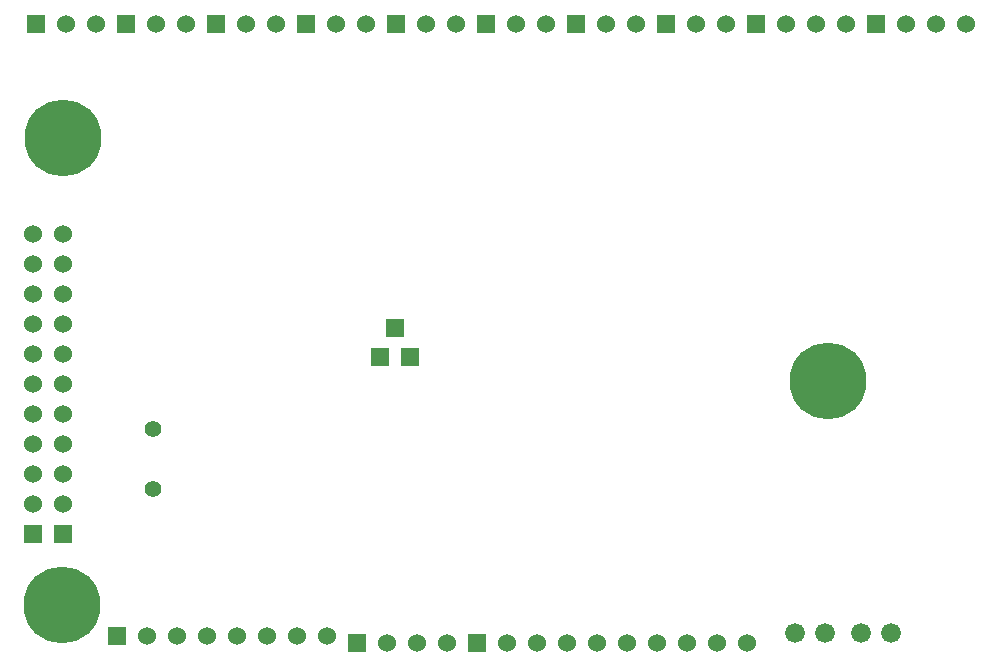
<source format=gbs>
G04 (created by PCBNEW (2013-07-07 BZR 4022)-stable) date 11/09/2013 12:49:52*
%MOIN*%
G04 Gerber Fmt 3.4, Leading zero omitted, Abs format*
%FSLAX34Y34*%
G01*
G70*
G90*
G04 APERTURE LIST*
%ADD10C,0.00590551*%
%ADD11R,0.06X0.06*%
%ADD12C,0.06*%
%ADD13C,0.066*%
%ADD14C,0.255906*%
%ADD15C,0.055*%
G04 APERTURE END LIST*
G54D10*
G54D11*
X11603Y-21337D03*
G54D12*
X12603Y-21337D03*
X13603Y-21337D03*
X14603Y-21337D03*
G54D11*
X28903Y-712D03*
G54D12*
X29903Y-712D03*
X30903Y-712D03*
X31903Y-712D03*
G54D11*
X24903Y-712D03*
G54D12*
X25903Y-712D03*
X26903Y-712D03*
X27903Y-712D03*
G54D11*
X12903Y-712D03*
G54D12*
X13903Y-712D03*
X14903Y-712D03*
G54D11*
X6903Y-712D03*
G54D12*
X7903Y-712D03*
X8903Y-712D03*
G54D11*
X21903Y-712D03*
G54D12*
X22903Y-712D03*
X23903Y-712D03*
G54D11*
X18903Y-712D03*
G54D12*
X19903Y-712D03*
X20903Y-712D03*
G54D11*
X15903Y-712D03*
G54D12*
X16903Y-712D03*
X17903Y-712D03*
G54D11*
X9903Y-712D03*
G54D12*
X10903Y-712D03*
X11903Y-712D03*
G54D11*
X12852Y-10824D03*
X13344Y-11808D03*
X12360Y-11808D03*
X1803Y-17687D03*
G54D12*
X1803Y-16687D03*
X1803Y-15687D03*
X1803Y-14687D03*
X1803Y-13687D03*
X1803Y-12687D03*
X1803Y-11687D03*
X1803Y-10687D03*
X1803Y-9687D03*
X1803Y-8687D03*
X1803Y-7687D03*
G54D13*
X29403Y-20987D03*
X28403Y-20987D03*
X27203Y-20987D03*
X26203Y-20987D03*
G54D14*
X27303Y-12587D03*
X1773Y-20077D03*
X1803Y-4487D03*
G54D11*
X3903Y-712D03*
G54D12*
X4903Y-712D03*
X5903Y-712D03*
G54D11*
X903Y-712D03*
G54D12*
X1903Y-712D03*
X2903Y-712D03*
G54D11*
X15603Y-21337D03*
G54D12*
X16603Y-21337D03*
X17603Y-21337D03*
X18603Y-21337D03*
X19603Y-21337D03*
X20603Y-21337D03*
X21603Y-21337D03*
X22603Y-21337D03*
X23603Y-21337D03*
X24603Y-21337D03*
G54D11*
X787Y-17688D03*
G54D12*
X787Y-16688D03*
X787Y-15688D03*
X787Y-14688D03*
X787Y-13688D03*
X787Y-12688D03*
X787Y-11688D03*
X787Y-10688D03*
X787Y-9688D03*
X787Y-8688D03*
X787Y-7688D03*
G54D11*
X3603Y-21087D03*
G54D12*
X4603Y-21087D03*
X5603Y-21087D03*
X6603Y-21087D03*
X7603Y-21087D03*
X8603Y-21087D03*
X9603Y-21087D03*
X10603Y-21087D03*
G54D15*
X4803Y-16187D03*
X4803Y-14187D03*
M02*

</source>
